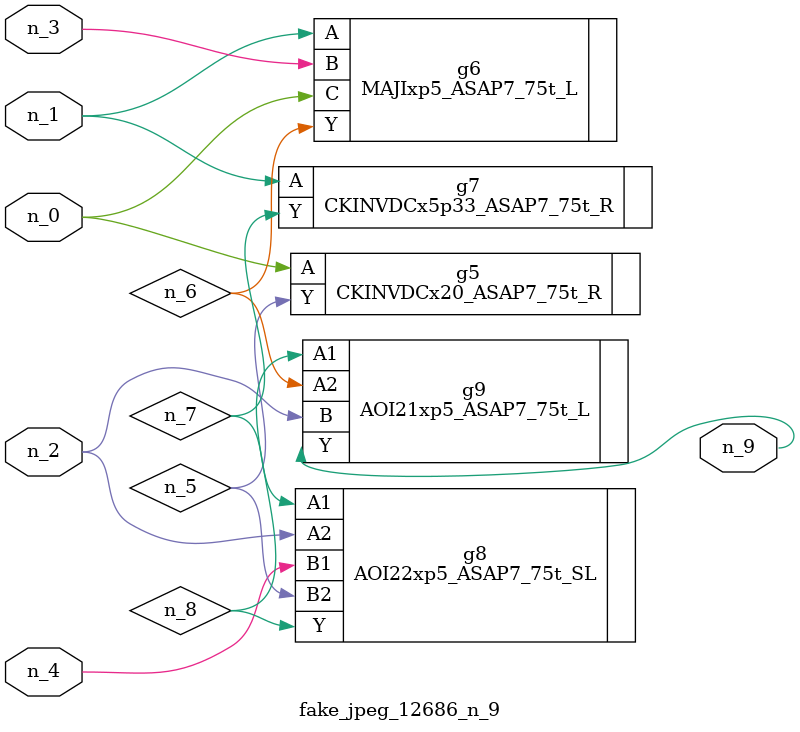
<source format=v>
module fake_jpeg_12686_n_9 (n_3, n_2, n_1, n_0, n_4, n_9);

input n_3;
input n_2;
input n_1;
input n_0;
input n_4;

output n_9;

wire n_8;
wire n_6;
wire n_5;
wire n_7;

CKINVDCx20_ASAP7_75t_R g5 ( 
.A(n_0),
.Y(n_5)
);

MAJIxp5_ASAP7_75t_L g6 ( 
.A(n_1),
.B(n_3),
.C(n_0),
.Y(n_6)
);

CKINVDCx5p33_ASAP7_75t_R g7 ( 
.A(n_1),
.Y(n_7)
);

AOI22xp5_ASAP7_75t_SL g8 ( 
.A1(n_7),
.A2(n_2),
.B1(n_4),
.B2(n_5),
.Y(n_8)
);

AOI21xp5_ASAP7_75t_L g9 ( 
.A1(n_8),
.A2(n_6),
.B(n_2),
.Y(n_9)
);


endmodule
</source>
